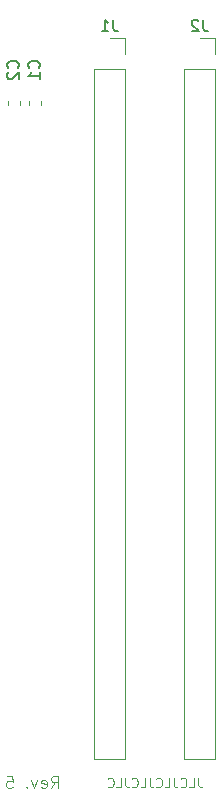
<source format=gbr>
G04 #@! TF.GenerationSoftware,KiCad,Pcbnew,7.0.11+dfsg-1build4*
G04 #@! TF.CreationDate,2024-10-25T09:21:05+09:00*
G04 #@! TF.ProjectId,bionic-f3850,62696f6e-6963-42d6-9633-3835302e6b69,5*
G04 #@! TF.SameCoordinates,Original*
G04 #@! TF.FileFunction,Legend,Bot*
G04 #@! TF.FilePolarity,Positive*
%FSLAX46Y46*%
G04 Gerber Fmt 4.6, Leading zero omitted, Abs format (unit mm)*
G04 Created by KiCad (PCBNEW 7.0.11+dfsg-1build4) date 2024-10-25 09:21:05*
%MOMM*%
%LPD*%
G01*
G04 APERTURE LIST*
%ADD10C,0.100000*%
%ADD11C,0.125000*%
%ADD12C,0.150000*%
%ADD13C,0.120000*%
G04 APERTURE END LIST*
D10*
X118665238Y-136406895D02*
X118665238Y-136978323D01*
X118665238Y-136978323D02*
X118703333Y-137092609D01*
X118703333Y-137092609D02*
X118779524Y-137168800D01*
X118779524Y-137168800D02*
X118893809Y-137206895D01*
X118893809Y-137206895D02*
X118970000Y-137206895D01*
X117903333Y-137206895D02*
X118284285Y-137206895D01*
X118284285Y-137206895D02*
X118284285Y-136406895D01*
X117179523Y-137130704D02*
X117217619Y-137168800D01*
X117217619Y-137168800D02*
X117331904Y-137206895D01*
X117331904Y-137206895D02*
X117408095Y-137206895D01*
X117408095Y-137206895D02*
X117522381Y-137168800D01*
X117522381Y-137168800D02*
X117598571Y-137092609D01*
X117598571Y-137092609D02*
X117636666Y-137016419D01*
X117636666Y-137016419D02*
X117674762Y-136864038D01*
X117674762Y-136864038D02*
X117674762Y-136749752D01*
X117674762Y-136749752D02*
X117636666Y-136597371D01*
X117636666Y-136597371D02*
X117598571Y-136521180D01*
X117598571Y-136521180D02*
X117522381Y-136444990D01*
X117522381Y-136444990D02*
X117408095Y-136406895D01*
X117408095Y-136406895D02*
X117331904Y-136406895D01*
X117331904Y-136406895D02*
X117217619Y-136444990D01*
X117217619Y-136444990D02*
X117179523Y-136483085D01*
X116608095Y-136406895D02*
X116608095Y-136978323D01*
X116608095Y-136978323D02*
X116646190Y-137092609D01*
X116646190Y-137092609D02*
X116722381Y-137168800D01*
X116722381Y-137168800D02*
X116836666Y-137206895D01*
X116836666Y-137206895D02*
X116912857Y-137206895D01*
X115846190Y-137206895D02*
X116227142Y-137206895D01*
X116227142Y-137206895D02*
X116227142Y-136406895D01*
X115122380Y-137130704D02*
X115160476Y-137168800D01*
X115160476Y-137168800D02*
X115274761Y-137206895D01*
X115274761Y-137206895D02*
X115350952Y-137206895D01*
X115350952Y-137206895D02*
X115465238Y-137168800D01*
X115465238Y-137168800D02*
X115541428Y-137092609D01*
X115541428Y-137092609D02*
X115579523Y-137016419D01*
X115579523Y-137016419D02*
X115617619Y-136864038D01*
X115617619Y-136864038D02*
X115617619Y-136749752D01*
X115617619Y-136749752D02*
X115579523Y-136597371D01*
X115579523Y-136597371D02*
X115541428Y-136521180D01*
X115541428Y-136521180D02*
X115465238Y-136444990D01*
X115465238Y-136444990D02*
X115350952Y-136406895D01*
X115350952Y-136406895D02*
X115274761Y-136406895D01*
X115274761Y-136406895D02*
X115160476Y-136444990D01*
X115160476Y-136444990D02*
X115122380Y-136483085D01*
X114550952Y-136406895D02*
X114550952Y-136978323D01*
X114550952Y-136978323D02*
X114589047Y-137092609D01*
X114589047Y-137092609D02*
X114665238Y-137168800D01*
X114665238Y-137168800D02*
X114779523Y-137206895D01*
X114779523Y-137206895D02*
X114855714Y-137206895D01*
X113789047Y-137206895D02*
X114169999Y-137206895D01*
X114169999Y-137206895D02*
X114169999Y-136406895D01*
X113065237Y-137130704D02*
X113103333Y-137168800D01*
X113103333Y-137168800D02*
X113217618Y-137206895D01*
X113217618Y-137206895D02*
X113293809Y-137206895D01*
X113293809Y-137206895D02*
X113408095Y-137168800D01*
X113408095Y-137168800D02*
X113484285Y-137092609D01*
X113484285Y-137092609D02*
X113522380Y-137016419D01*
X113522380Y-137016419D02*
X113560476Y-136864038D01*
X113560476Y-136864038D02*
X113560476Y-136749752D01*
X113560476Y-136749752D02*
X113522380Y-136597371D01*
X113522380Y-136597371D02*
X113484285Y-136521180D01*
X113484285Y-136521180D02*
X113408095Y-136444990D01*
X113408095Y-136444990D02*
X113293809Y-136406895D01*
X113293809Y-136406895D02*
X113217618Y-136406895D01*
X113217618Y-136406895D02*
X113103333Y-136444990D01*
X113103333Y-136444990D02*
X113065237Y-136483085D01*
X112493809Y-136406895D02*
X112493809Y-136978323D01*
X112493809Y-136978323D02*
X112531904Y-137092609D01*
X112531904Y-137092609D02*
X112608095Y-137168800D01*
X112608095Y-137168800D02*
X112722380Y-137206895D01*
X112722380Y-137206895D02*
X112798571Y-137206895D01*
X111731904Y-137206895D02*
X112112856Y-137206895D01*
X112112856Y-137206895D02*
X112112856Y-136406895D01*
X111008094Y-137130704D02*
X111046190Y-137168800D01*
X111046190Y-137168800D02*
X111160475Y-137206895D01*
X111160475Y-137206895D02*
X111236666Y-137206895D01*
X111236666Y-137206895D02*
X111350952Y-137168800D01*
X111350952Y-137168800D02*
X111427142Y-137092609D01*
X111427142Y-137092609D02*
X111465237Y-137016419D01*
X111465237Y-137016419D02*
X111503333Y-136864038D01*
X111503333Y-136864038D02*
X111503333Y-136749752D01*
X111503333Y-136749752D02*
X111465237Y-136597371D01*
X111465237Y-136597371D02*
X111427142Y-136521180D01*
X111427142Y-136521180D02*
X111350952Y-136444990D01*
X111350952Y-136444990D02*
X111236666Y-136406895D01*
X111236666Y-136406895D02*
X111160475Y-136406895D01*
X111160475Y-136406895D02*
X111046190Y-136444990D01*
X111046190Y-136444990D02*
X111008094Y-136483085D01*
D11*
X106204240Y-137258119D02*
X106537573Y-136781928D01*
X106775668Y-137258119D02*
X106775668Y-136258119D01*
X106775668Y-136258119D02*
X106394716Y-136258119D01*
X106394716Y-136258119D02*
X106299478Y-136305738D01*
X106299478Y-136305738D02*
X106251859Y-136353357D01*
X106251859Y-136353357D02*
X106204240Y-136448595D01*
X106204240Y-136448595D02*
X106204240Y-136591452D01*
X106204240Y-136591452D02*
X106251859Y-136686690D01*
X106251859Y-136686690D02*
X106299478Y-136734309D01*
X106299478Y-136734309D02*
X106394716Y-136781928D01*
X106394716Y-136781928D02*
X106775668Y-136781928D01*
X105394716Y-137210500D02*
X105489954Y-137258119D01*
X105489954Y-137258119D02*
X105680430Y-137258119D01*
X105680430Y-137258119D02*
X105775668Y-137210500D01*
X105775668Y-137210500D02*
X105823287Y-137115261D01*
X105823287Y-137115261D02*
X105823287Y-136734309D01*
X105823287Y-136734309D02*
X105775668Y-136639071D01*
X105775668Y-136639071D02*
X105680430Y-136591452D01*
X105680430Y-136591452D02*
X105489954Y-136591452D01*
X105489954Y-136591452D02*
X105394716Y-136639071D01*
X105394716Y-136639071D02*
X105347097Y-136734309D01*
X105347097Y-136734309D02*
X105347097Y-136829547D01*
X105347097Y-136829547D02*
X105823287Y-136924785D01*
X105013763Y-136591452D02*
X104775668Y-137258119D01*
X104775668Y-137258119D02*
X104537573Y-136591452D01*
X104156620Y-137162880D02*
X104109001Y-137210500D01*
X104109001Y-137210500D02*
X104156620Y-137258119D01*
X104156620Y-137258119D02*
X104204239Y-137210500D01*
X104204239Y-137210500D02*
X104156620Y-137162880D01*
X104156620Y-137162880D02*
X104156620Y-137258119D01*
X102442335Y-136258119D02*
X102918525Y-136258119D01*
X102918525Y-136258119D02*
X102966144Y-136734309D01*
X102966144Y-136734309D02*
X102918525Y-136686690D01*
X102918525Y-136686690D02*
X102823287Y-136639071D01*
X102823287Y-136639071D02*
X102585192Y-136639071D01*
X102585192Y-136639071D02*
X102489954Y-136686690D01*
X102489954Y-136686690D02*
X102442335Y-136734309D01*
X102442335Y-136734309D02*
X102394716Y-136829547D01*
X102394716Y-136829547D02*
X102394716Y-137067642D01*
X102394716Y-137067642D02*
X102442335Y-137162880D01*
X102442335Y-137162880D02*
X102489954Y-137210500D01*
X102489954Y-137210500D02*
X102585192Y-137258119D01*
X102585192Y-137258119D02*
X102823287Y-137258119D01*
X102823287Y-137258119D02*
X102918525Y-137210500D01*
X102918525Y-137210500D02*
X102966144Y-137162880D01*
D12*
X103391580Y-76283833D02*
X103439200Y-76236214D01*
X103439200Y-76236214D02*
X103486819Y-76093357D01*
X103486819Y-76093357D02*
X103486819Y-75998119D01*
X103486819Y-75998119D02*
X103439200Y-75855262D01*
X103439200Y-75855262D02*
X103343961Y-75760024D01*
X103343961Y-75760024D02*
X103248723Y-75712405D01*
X103248723Y-75712405D02*
X103058247Y-75664786D01*
X103058247Y-75664786D02*
X102915390Y-75664786D01*
X102915390Y-75664786D02*
X102724914Y-75712405D01*
X102724914Y-75712405D02*
X102629676Y-75760024D01*
X102629676Y-75760024D02*
X102534438Y-75855262D01*
X102534438Y-75855262D02*
X102486819Y-75998119D01*
X102486819Y-75998119D02*
X102486819Y-76093357D01*
X102486819Y-76093357D02*
X102534438Y-76236214D01*
X102534438Y-76236214D02*
X102582057Y-76283833D01*
X102582057Y-76664786D02*
X102534438Y-76712405D01*
X102534438Y-76712405D02*
X102486819Y-76807643D01*
X102486819Y-76807643D02*
X102486819Y-77045738D01*
X102486819Y-77045738D02*
X102534438Y-77140976D01*
X102534438Y-77140976D02*
X102582057Y-77188595D01*
X102582057Y-77188595D02*
X102677295Y-77236214D01*
X102677295Y-77236214D02*
X102772533Y-77236214D01*
X102772533Y-77236214D02*
X102915390Y-77188595D01*
X102915390Y-77188595D02*
X103486819Y-76617167D01*
X103486819Y-76617167D02*
X103486819Y-77236214D01*
X105169580Y-76283833D02*
X105217200Y-76236214D01*
X105217200Y-76236214D02*
X105264819Y-76093357D01*
X105264819Y-76093357D02*
X105264819Y-75998119D01*
X105264819Y-75998119D02*
X105217200Y-75855262D01*
X105217200Y-75855262D02*
X105121961Y-75760024D01*
X105121961Y-75760024D02*
X105026723Y-75712405D01*
X105026723Y-75712405D02*
X104836247Y-75664786D01*
X104836247Y-75664786D02*
X104693390Y-75664786D01*
X104693390Y-75664786D02*
X104502914Y-75712405D01*
X104502914Y-75712405D02*
X104407676Y-75760024D01*
X104407676Y-75760024D02*
X104312438Y-75855262D01*
X104312438Y-75855262D02*
X104264819Y-75998119D01*
X104264819Y-75998119D02*
X104264819Y-76093357D01*
X104264819Y-76093357D02*
X104312438Y-76236214D01*
X104312438Y-76236214D02*
X104360057Y-76283833D01*
X105264819Y-77236214D02*
X105264819Y-76664786D01*
X105264819Y-76950500D02*
X104264819Y-76950500D01*
X104264819Y-76950500D02*
X104407676Y-76855262D01*
X104407676Y-76855262D02*
X104502914Y-76760024D01*
X104502914Y-76760024D02*
X104550533Y-76664786D01*
X111493333Y-72204819D02*
X111493333Y-72919104D01*
X111493333Y-72919104D02*
X111540952Y-73061961D01*
X111540952Y-73061961D02*
X111636190Y-73157200D01*
X111636190Y-73157200D02*
X111779047Y-73204819D01*
X111779047Y-73204819D02*
X111874285Y-73204819D01*
X110493333Y-73204819D02*
X111064761Y-73204819D01*
X110779047Y-73204819D02*
X110779047Y-72204819D01*
X110779047Y-72204819D02*
X110874285Y-72347676D01*
X110874285Y-72347676D02*
X110969523Y-72442914D01*
X110969523Y-72442914D02*
X111064761Y-72490533D01*
X119113333Y-72204819D02*
X119113333Y-72919104D01*
X119113333Y-72919104D02*
X119160952Y-73061961D01*
X119160952Y-73061961D02*
X119256190Y-73157200D01*
X119256190Y-73157200D02*
X119399047Y-73204819D01*
X119399047Y-73204819D02*
X119494285Y-73204819D01*
X118684761Y-72300057D02*
X118637142Y-72252438D01*
X118637142Y-72252438D02*
X118541904Y-72204819D01*
X118541904Y-72204819D02*
X118303809Y-72204819D01*
X118303809Y-72204819D02*
X118208571Y-72252438D01*
X118208571Y-72252438D02*
X118160952Y-72300057D01*
X118160952Y-72300057D02*
X118113333Y-72395295D01*
X118113333Y-72395295D02*
X118113333Y-72490533D01*
X118113333Y-72490533D02*
X118160952Y-72633390D01*
X118160952Y-72633390D02*
X118732380Y-73204819D01*
X118732380Y-73204819D02*
X118113333Y-73204819D01*
D13*
X102522000Y-79390767D02*
X102522000Y-79098233D01*
X103542000Y-79390767D02*
X103542000Y-79098233D01*
X104300000Y-79390767D02*
X104300000Y-79098233D01*
X105320000Y-79390767D02*
X105320000Y-79098233D01*
X112490000Y-134830000D02*
X109830000Y-134830000D01*
X112490000Y-76350000D02*
X112490000Y-134830000D01*
X112490000Y-76350000D02*
X109830000Y-76350000D01*
X112490000Y-75080000D02*
X112490000Y-73750000D01*
X112490000Y-73750000D02*
X111160000Y-73750000D01*
X109830000Y-76350000D02*
X109830000Y-134830000D01*
X120110000Y-134830000D02*
X117450000Y-134830000D01*
X120110000Y-76350000D02*
X120110000Y-134830000D01*
X120110000Y-76350000D02*
X117450000Y-76350000D01*
X120110000Y-75080000D02*
X120110000Y-73750000D01*
X120110000Y-73750000D02*
X118780000Y-73750000D01*
X117450000Y-76350000D02*
X117450000Y-134830000D01*
M02*

</source>
